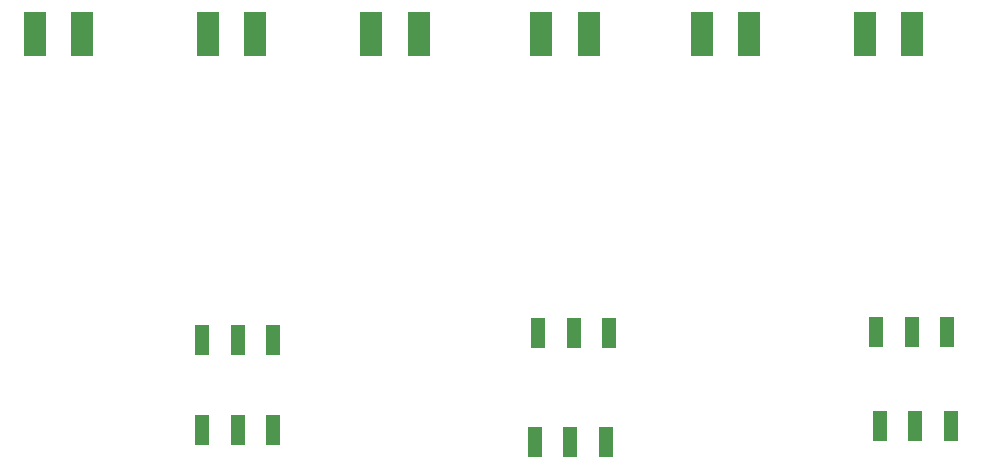
<source format=gbr>
G04 EAGLE Gerber RS-274X export*
G75*
%MOMM*%
%FSLAX34Y34*%
%LPD*%
%INSolderpaste Bottom*%
%IPPOS*%
%AMOC8*
5,1,8,0,0,1.08239X$1,22.5*%
G01*
%ADD10R,1.930400X3.810000*%
%ADD11R,1.270000X2.540000*%


D10*
X816600Y590000D03*
X856600Y590000D03*
X398600Y590000D03*
X438600Y590000D03*
X542600Y590000D03*
X582600Y590000D03*
X113600Y590000D03*
X153600Y590000D03*
X260000Y590000D03*
X300000Y590000D03*
D11*
X285300Y254300D03*
X315300Y254300D03*
X255300Y254300D03*
X285300Y331200D03*
X315300Y331200D03*
X255300Y331200D03*
X567000Y244600D03*
X597000Y244600D03*
X537000Y244600D03*
X570000Y336500D03*
X600000Y336500D03*
X540000Y336500D03*
X859000Y258400D03*
X889000Y258400D03*
X829000Y258400D03*
X856000Y337300D03*
X886000Y337300D03*
X826000Y337300D03*
D10*
X678600Y590000D03*
X718600Y590000D03*
M02*

</source>
